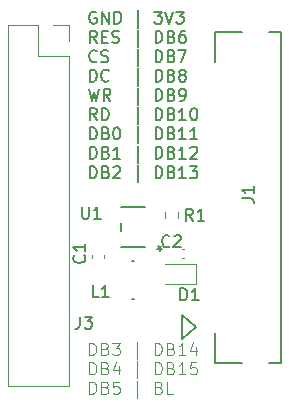
<source format=gbr>
%TF.GenerationSoftware,KiCad,Pcbnew,8.0.8*%
%TF.CreationDate,2025-04-16T08:52:23+10:00*%
%TF.ProjectId,display,64697370-6c61-4792-9e6b-696361645f70,rev?*%
%TF.SameCoordinates,Original*%
%TF.FileFunction,Legend,Top*%
%TF.FilePolarity,Positive*%
%FSLAX46Y46*%
G04 Gerber Fmt 4.6, Leading zero omitted, Abs format (unit mm)*
G04 Created by KiCad (PCBNEW 8.0.8) date 2025-04-16 08:52:23*
%MOMM*%
%LPD*%
G01*
G04 APERTURE LIST*
%ADD10C,0.152400*%
%ADD11C,0.100000*%
%ADD12C,0.150000*%
%ADD13C,0.200000*%
%ADD14C,0.120000*%
G04 APERTURE END LIST*
D10*
X61624358Y-39564492D02*
X61527596Y-39516111D01*
X61527596Y-39516111D02*
X61382453Y-39516111D01*
X61382453Y-39516111D02*
X61237310Y-39564492D01*
X61237310Y-39564492D02*
X61140548Y-39661254D01*
X61140548Y-39661254D02*
X61092167Y-39758016D01*
X61092167Y-39758016D02*
X61043786Y-39951540D01*
X61043786Y-39951540D02*
X61043786Y-40096683D01*
X61043786Y-40096683D02*
X61092167Y-40290207D01*
X61092167Y-40290207D02*
X61140548Y-40386969D01*
X61140548Y-40386969D02*
X61237310Y-40483731D01*
X61237310Y-40483731D02*
X61382453Y-40532111D01*
X61382453Y-40532111D02*
X61479215Y-40532111D01*
X61479215Y-40532111D02*
X61624358Y-40483731D01*
X61624358Y-40483731D02*
X61672739Y-40435350D01*
X61672739Y-40435350D02*
X61672739Y-40096683D01*
X61672739Y-40096683D02*
X61479215Y-40096683D01*
X62108167Y-40532111D02*
X62108167Y-39516111D01*
X62108167Y-39516111D02*
X62688739Y-40532111D01*
X62688739Y-40532111D02*
X62688739Y-39516111D01*
X63172548Y-40532111D02*
X63172548Y-39516111D01*
X63172548Y-39516111D02*
X63414453Y-39516111D01*
X63414453Y-39516111D02*
X63559596Y-39564492D01*
X63559596Y-39564492D02*
X63656358Y-39661254D01*
X63656358Y-39661254D02*
X63704739Y-39758016D01*
X63704739Y-39758016D02*
X63753120Y-39951540D01*
X63753120Y-39951540D02*
X63753120Y-40096683D01*
X63753120Y-40096683D02*
X63704739Y-40290207D01*
X63704739Y-40290207D02*
X63656358Y-40386969D01*
X63656358Y-40386969D02*
X63559596Y-40483731D01*
X63559596Y-40483731D02*
X63414453Y-40532111D01*
X63414453Y-40532111D02*
X63172548Y-40532111D01*
X65156167Y-40870778D02*
X65156167Y-39419350D01*
X66559214Y-39516111D02*
X67188167Y-39516111D01*
X67188167Y-39516111D02*
X66849500Y-39903159D01*
X66849500Y-39903159D02*
X66994643Y-39903159D01*
X66994643Y-39903159D02*
X67091405Y-39951540D01*
X67091405Y-39951540D02*
X67139786Y-39999921D01*
X67139786Y-39999921D02*
X67188167Y-40096683D01*
X67188167Y-40096683D02*
X67188167Y-40338588D01*
X67188167Y-40338588D02*
X67139786Y-40435350D01*
X67139786Y-40435350D02*
X67091405Y-40483731D01*
X67091405Y-40483731D02*
X66994643Y-40532111D01*
X66994643Y-40532111D02*
X66704357Y-40532111D01*
X66704357Y-40532111D02*
X66607595Y-40483731D01*
X66607595Y-40483731D02*
X66559214Y-40435350D01*
X67478452Y-39516111D02*
X67817119Y-40532111D01*
X67817119Y-40532111D02*
X68155786Y-39516111D01*
X68397690Y-39516111D02*
X69026643Y-39516111D01*
X69026643Y-39516111D02*
X68687976Y-39903159D01*
X68687976Y-39903159D02*
X68833119Y-39903159D01*
X68833119Y-39903159D02*
X68929881Y-39951540D01*
X68929881Y-39951540D02*
X68978262Y-39999921D01*
X68978262Y-39999921D02*
X69026643Y-40096683D01*
X69026643Y-40096683D02*
X69026643Y-40338588D01*
X69026643Y-40338588D02*
X68978262Y-40435350D01*
X68978262Y-40435350D02*
X68929881Y-40483731D01*
X68929881Y-40483731D02*
X68833119Y-40532111D01*
X68833119Y-40532111D02*
X68542833Y-40532111D01*
X68542833Y-40532111D02*
X68446071Y-40483731D01*
X68446071Y-40483731D02*
X68397690Y-40435350D01*
X61672739Y-42167814D02*
X61334072Y-41684005D01*
X61092167Y-42167814D02*
X61092167Y-41151814D01*
X61092167Y-41151814D02*
X61479215Y-41151814D01*
X61479215Y-41151814D02*
X61575977Y-41200195D01*
X61575977Y-41200195D02*
X61624358Y-41248576D01*
X61624358Y-41248576D02*
X61672739Y-41345338D01*
X61672739Y-41345338D02*
X61672739Y-41490481D01*
X61672739Y-41490481D02*
X61624358Y-41587243D01*
X61624358Y-41587243D02*
X61575977Y-41635624D01*
X61575977Y-41635624D02*
X61479215Y-41684005D01*
X61479215Y-41684005D02*
X61092167Y-41684005D01*
X62108167Y-41635624D02*
X62446834Y-41635624D01*
X62591977Y-42167814D02*
X62108167Y-42167814D01*
X62108167Y-42167814D02*
X62108167Y-41151814D01*
X62108167Y-41151814D02*
X62591977Y-41151814D01*
X62979024Y-42119434D02*
X63124167Y-42167814D01*
X63124167Y-42167814D02*
X63366072Y-42167814D01*
X63366072Y-42167814D02*
X63462834Y-42119434D01*
X63462834Y-42119434D02*
X63511215Y-42071053D01*
X63511215Y-42071053D02*
X63559596Y-41974291D01*
X63559596Y-41974291D02*
X63559596Y-41877529D01*
X63559596Y-41877529D02*
X63511215Y-41780767D01*
X63511215Y-41780767D02*
X63462834Y-41732386D01*
X63462834Y-41732386D02*
X63366072Y-41684005D01*
X63366072Y-41684005D02*
X63172548Y-41635624D01*
X63172548Y-41635624D02*
X63075786Y-41587243D01*
X63075786Y-41587243D02*
X63027405Y-41538862D01*
X63027405Y-41538862D02*
X62979024Y-41442100D01*
X62979024Y-41442100D02*
X62979024Y-41345338D01*
X62979024Y-41345338D02*
X63027405Y-41248576D01*
X63027405Y-41248576D02*
X63075786Y-41200195D01*
X63075786Y-41200195D02*
X63172548Y-41151814D01*
X63172548Y-41151814D02*
X63414453Y-41151814D01*
X63414453Y-41151814D02*
X63559596Y-41200195D01*
X65156167Y-42506481D02*
X65156167Y-41055053D01*
X66655976Y-42167814D02*
X66655976Y-41151814D01*
X66655976Y-41151814D02*
X66897881Y-41151814D01*
X66897881Y-41151814D02*
X67043024Y-41200195D01*
X67043024Y-41200195D02*
X67139786Y-41296957D01*
X67139786Y-41296957D02*
X67188167Y-41393719D01*
X67188167Y-41393719D02*
X67236548Y-41587243D01*
X67236548Y-41587243D02*
X67236548Y-41732386D01*
X67236548Y-41732386D02*
X67188167Y-41925910D01*
X67188167Y-41925910D02*
X67139786Y-42022672D01*
X67139786Y-42022672D02*
X67043024Y-42119434D01*
X67043024Y-42119434D02*
X66897881Y-42167814D01*
X66897881Y-42167814D02*
X66655976Y-42167814D01*
X68010643Y-41635624D02*
X68155786Y-41684005D01*
X68155786Y-41684005D02*
X68204167Y-41732386D01*
X68204167Y-41732386D02*
X68252548Y-41829148D01*
X68252548Y-41829148D02*
X68252548Y-41974291D01*
X68252548Y-41974291D02*
X68204167Y-42071053D01*
X68204167Y-42071053D02*
X68155786Y-42119434D01*
X68155786Y-42119434D02*
X68059024Y-42167814D01*
X68059024Y-42167814D02*
X67671976Y-42167814D01*
X67671976Y-42167814D02*
X67671976Y-41151814D01*
X67671976Y-41151814D02*
X68010643Y-41151814D01*
X68010643Y-41151814D02*
X68107405Y-41200195D01*
X68107405Y-41200195D02*
X68155786Y-41248576D01*
X68155786Y-41248576D02*
X68204167Y-41345338D01*
X68204167Y-41345338D02*
X68204167Y-41442100D01*
X68204167Y-41442100D02*
X68155786Y-41538862D01*
X68155786Y-41538862D02*
X68107405Y-41587243D01*
X68107405Y-41587243D02*
X68010643Y-41635624D01*
X68010643Y-41635624D02*
X67671976Y-41635624D01*
X69123405Y-41151814D02*
X68929881Y-41151814D01*
X68929881Y-41151814D02*
X68833119Y-41200195D01*
X68833119Y-41200195D02*
X68784738Y-41248576D01*
X68784738Y-41248576D02*
X68687976Y-41393719D01*
X68687976Y-41393719D02*
X68639595Y-41587243D01*
X68639595Y-41587243D02*
X68639595Y-41974291D01*
X68639595Y-41974291D02*
X68687976Y-42071053D01*
X68687976Y-42071053D02*
X68736357Y-42119434D01*
X68736357Y-42119434D02*
X68833119Y-42167814D01*
X68833119Y-42167814D02*
X69026643Y-42167814D01*
X69026643Y-42167814D02*
X69123405Y-42119434D01*
X69123405Y-42119434D02*
X69171786Y-42071053D01*
X69171786Y-42071053D02*
X69220167Y-41974291D01*
X69220167Y-41974291D02*
X69220167Y-41732386D01*
X69220167Y-41732386D02*
X69171786Y-41635624D01*
X69171786Y-41635624D02*
X69123405Y-41587243D01*
X69123405Y-41587243D02*
X69026643Y-41538862D01*
X69026643Y-41538862D02*
X68833119Y-41538862D01*
X68833119Y-41538862D02*
X68736357Y-41587243D01*
X68736357Y-41587243D02*
X68687976Y-41635624D01*
X68687976Y-41635624D02*
X68639595Y-41732386D01*
X61672739Y-43706756D02*
X61624358Y-43755137D01*
X61624358Y-43755137D02*
X61479215Y-43803517D01*
X61479215Y-43803517D02*
X61382453Y-43803517D01*
X61382453Y-43803517D02*
X61237310Y-43755137D01*
X61237310Y-43755137D02*
X61140548Y-43658375D01*
X61140548Y-43658375D02*
X61092167Y-43561613D01*
X61092167Y-43561613D02*
X61043786Y-43368089D01*
X61043786Y-43368089D02*
X61043786Y-43222946D01*
X61043786Y-43222946D02*
X61092167Y-43029422D01*
X61092167Y-43029422D02*
X61140548Y-42932660D01*
X61140548Y-42932660D02*
X61237310Y-42835898D01*
X61237310Y-42835898D02*
X61382453Y-42787517D01*
X61382453Y-42787517D02*
X61479215Y-42787517D01*
X61479215Y-42787517D02*
X61624358Y-42835898D01*
X61624358Y-42835898D02*
X61672739Y-42884279D01*
X62059786Y-43755137D02*
X62204929Y-43803517D01*
X62204929Y-43803517D02*
X62446834Y-43803517D01*
X62446834Y-43803517D02*
X62543596Y-43755137D01*
X62543596Y-43755137D02*
X62591977Y-43706756D01*
X62591977Y-43706756D02*
X62640358Y-43609994D01*
X62640358Y-43609994D02*
X62640358Y-43513232D01*
X62640358Y-43513232D02*
X62591977Y-43416470D01*
X62591977Y-43416470D02*
X62543596Y-43368089D01*
X62543596Y-43368089D02*
X62446834Y-43319708D01*
X62446834Y-43319708D02*
X62253310Y-43271327D01*
X62253310Y-43271327D02*
X62156548Y-43222946D01*
X62156548Y-43222946D02*
X62108167Y-43174565D01*
X62108167Y-43174565D02*
X62059786Y-43077803D01*
X62059786Y-43077803D02*
X62059786Y-42981041D01*
X62059786Y-42981041D02*
X62108167Y-42884279D01*
X62108167Y-42884279D02*
X62156548Y-42835898D01*
X62156548Y-42835898D02*
X62253310Y-42787517D01*
X62253310Y-42787517D02*
X62495215Y-42787517D01*
X62495215Y-42787517D02*
X62640358Y-42835898D01*
X65156167Y-44142184D02*
X65156167Y-42690756D01*
X66655976Y-43803517D02*
X66655976Y-42787517D01*
X66655976Y-42787517D02*
X66897881Y-42787517D01*
X66897881Y-42787517D02*
X67043024Y-42835898D01*
X67043024Y-42835898D02*
X67139786Y-42932660D01*
X67139786Y-42932660D02*
X67188167Y-43029422D01*
X67188167Y-43029422D02*
X67236548Y-43222946D01*
X67236548Y-43222946D02*
X67236548Y-43368089D01*
X67236548Y-43368089D02*
X67188167Y-43561613D01*
X67188167Y-43561613D02*
X67139786Y-43658375D01*
X67139786Y-43658375D02*
X67043024Y-43755137D01*
X67043024Y-43755137D02*
X66897881Y-43803517D01*
X66897881Y-43803517D02*
X66655976Y-43803517D01*
X68010643Y-43271327D02*
X68155786Y-43319708D01*
X68155786Y-43319708D02*
X68204167Y-43368089D01*
X68204167Y-43368089D02*
X68252548Y-43464851D01*
X68252548Y-43464851D02*
X68252548Y-43609994D01*
X68252548Y-43609994D02*
X68204167Y-43706756D01*
X68204167Y-43706756D02*
X68155786Y-43755137D01*
X68155786Y-43755137D02*
X68059024Y-43803517D01*
X68059024Y-43803517D02*
X67671976Y-43803517D01*
X67671976Y-43803517D02*
X67671976Y-42787517D01*
X67671976Y-42787517D02*
X68010643Y-42787517D01*
X68010643Y-42787517D02*
X68107405Y-42835898D01*
X68107405Y-42835898D02*
X68155786Y-42884279D01*
X68155786Y-42884279D02*
X68204167Y-42981041D01*
X68204167Y-42981041D02*
X68204167Y-43077803D01*
X68204167Y-43077803D02*
X68155786Y-43174565D01*
X68155786Y-43174565D02*
X68107405Y-43222946D01*
X68107405Y-43222946D02*
X68010643Y-43271327D01*
X68010643Y-43271327D02*
X67671976Y-43271327D01*
X68591214Y-42787517D02*
X69268548Y-42787517D01*
X69268548Y-42787517D02*
X68833119Y-43803517D01*
X61092167Y-45439220D02*
X61092167Y-44423220D01*
X61092167Y-44423220D02*
X61334072Y-44423220D01*
X61334072Y-44423220D02*
X61479215Y-44471601D01*
X61479215Y-44471601D02*
X61575977Y-44568363D01*
X61575977Y-44568363D02*
X61624358Y-44665125D01*
X61624358Y-44665125D02*
X61672739Y-44858649D01*
X61672739Y-44858649D02*
X61672739Y-45003792D01*
X61672739Y-45003792D02*
X61624358Y-45197316D01*
X61624358Y-45197316D02*
X61575977Y-45294078D01*
X61575977Y-45294078D02*
X61479215Y-45390840D01*
X61479215Y-45390840D02*
X61334072Y-45439220D01*
X61334072Y-45439220D02*
X61092167Y-45439220D01*
X62688739Y-45342459D02*
X62640358Y-45390840D01*
X62640358Y-45390840D02*
X62495215Y-45439220D01*
X62495215Y-45439220D02*
X62398453Y-45439220D01*
X62398453Y-45439220D02*
X62253310Y-45390840D01*
X62253310Y-45390840D02*
X62156548Y-45294078D01*
X62156548Y-45294078D02*
X62108167Y-45197316D01*
X62108167Y-45197316D02*
X62059786Y-45003792D01*
X62059786Y-45003792D02*
X62059786Y-44858649D01*
X62059786Y-44858649D02*
X62108167Y-44665125D01*
X62108167Y-44665125D02*
X62156548Y-44568363D01*
X62156548Y-44568363D02*
X62253310Y-44471601D01*
X62253310Y-44471601D02*
X62398453Y-44423220D01*
X62398453Y-44423220D02*
X62495215Y-44423220D01*
X62495215Y-44423220D02*
X62640358Y-44471601D01*
X62640358Y-44471601D02*
X62688739Y-44519982D01*
X65156167Y-45777887D02*
X65156167Y-44326459D01*
X66655976Y-45439220D02*
X66655976Y-44423220D01*
X66655976Y-44423220D02*
X66897881Y-44423220D01*
X66897881Y-44423220D02*
X67043024Y-44471601D01*
X67043024Y-44471601D02*
X67139786Y-44568363D01*
X67139786Y-44568363D02*
X67188167Y-44665125D01*
X67188167Y-44665125D02*
X67236548Y-44858649D01*
X67236548Y-44858649D02*
X67236548Y-45003792D01*
X67236548Y-45003792D02*
X67188167Y-45197316D01*
X67188167Y-45197316D02*
X67139786Y-45294078D01*
X67139786Y-45294078D02*
X67043024Y-45390840D01*
X67043024Y-45390840D02*
X66897881Y-45439220D01*
X66897881Y-45439220D02*
X66655976Y-45439220D01*
X68010643Y-44907030D02*
X68155786Y-44955411D01*
X68155786Y-44955411D02*
X68204167Y-45003792D01*
X68204167Y-45003792D02*
X68252548Y-45100554D01*
X68252548Y-45100554D02*
X68252548Y-45245697D01*
X68252548Y-45245697D02*
X68204167Y-45342459D01*
X68204167Y-45342459D02*
X68155786Y-45390840D01*
X68155786Y-45390840D02*
X68059024Y-45439220D01*
X68059024Y-45439220D02*
X67671976Y-45439220D01*
X67671976Y-45439220D02*
X67671976Y-44423220D01*
X67671976Y-44423220D02*
X68010643Y-44423220D01*
X68010643Y-44423220D02*
X68107405Y-44471601D01*
X68107405Y-44471601D02*
X68155786Y-44519982D01*
X68155786Y-44519982D02*
X68204167Y-44616744D01*
X68204167Y-44616744D02*
X68204167Y-44713506D01*
X68204167Y-44713506D02*
X68155786Y-44810268D01*
X68155786Y-44810268D02*
X68107405Y-44858649D01*
X68107405Y-44858649D02*
X68010643Y-44907030D01*
X68010643Y-44907030D02*
X67671976Y-44907030D01*
X68833119Y-44858649D02*
X68736357Y-44810268D01*
X68736357Y-44810268D02*
X68687976Y-44761887D01*
X68687976Y-44761887D02*
X68639595Y-44665125D01*
X68639595Y-44665125D02*
X68639595Y-44616744D01*
X68639595Y-44616744D02*
X68687976Y-44519982D01*
X68687976Y-44519982D02*
X68736357Y-44471601D01*
X68736357Y-44471601D02*
X68833119Y-44423220D01*
X68833119Y-44423220D02*
X69026643Y-44423220D01*
X69026643Y-44423220D02*
X69123405Y-44471601D01*
X69123405Y-44471601D02*
X69171786Y-44519982D01*
X69171786Y-44519982D02*
X69220167Y-44616744D01*
X69220167Y-44616744D02*
X69220167Y-44665125D01*
X69220167Y-44665125D02*
X69171786Y-44761887D01*
X69171786Y-44761887D02*
X69123405Y-44810268D01*
X69123405Y-44810268D02*
X69026643Y-44858649D01*
X69026643Y-44858649D02*
X68833119Y-44858649D01*
X68833119Y-44858649D02*
X68736357Y-44907030D01*
X68736357Y-44907030D02*
X68687976Y-44955411D01*
X68687976Y-44955411D02*
X68639595Y-45052173D01*
X68639595Y-45052173D02*
X68639595Y-45245697D01*
X68639595Y-45245697D02*
X68687976Y-45342459D01*
X68687976Y-45342459D02*
X68736357Y-45390840D01*
X68736357Y-45390840D02*
X68833119Y-45439220D01*
X68833119Y-45439220D02*
X69026643Y-45439220D01*
X69026643Y-45439220D02*
X69123405Y-45390840D01*
X69123405Y-45390840D02*
X69171786Y-45342459D01*
X69171786Y-45342459D02*
X69220167Y-45245697D01*
X69220167Y-45245697D02*
X69220167Y-45052173D01*
X69220167Y-45052173D02*
X69171786Y-44955411D01*
X69171786Y-44955411D02*
X69123405Y-44907030D01*
X69123405Y-44907030D02*
X69026643Y-44858649D01*
X60995405Y-46058923D02*
X61237310Y-47074923D01*
X61237310Y-47074923D02*
X61430834Y-46349209D01*
X61430834Y-46349209D02*
X61624358Y-47074923D01*
X61624358Y-47074923D02*
X61866263Y-46058923D01*
X62833882Y-47074923D02*
X62495215Y-46591114D01*
X62253310Y-47074923D02*
X62253310Y-46058923D01*
X62253310Y-46058923D02*
X62640358Y-46058923D01*
X62640358Y-46058923D02*
X62737120Y-46107304D01*
X62737120Y-46107304D02*
X62785501Y-46155685D01*
X62785501Y-46155685D02*
X62833882Y-46252447D01*
X62833882Y-46252447D02*
X62833882Y-46397590D01*
X62833882Y-46397590D02*
X62785501Y-46494352D01*
X62785501Y-46494352D02*
X62737120Y-46542733D01*
X62737120Y-46542733D02*
X62640358Y-46591114D01*
X62640358Y-46591114D02*
X62253310Y-46591114D01*
X65156167Y-47413590D02*
X65156167Y-45962162D01*
X66655976Y-47074923D02*
X66655976Y-46058923D01*
X66655976Y-46058923D02*
X66897881Y-46058923D01*
X66897881Y-46058923D02*
X67043024Y-46107304D01*
X67043024Y-46107304D02*
X67139786Y-46204066D01*
X67139786Y-46204066D02*
X67188167Y-46300828D01*
X67188167Y-46300828D02*
X67236548Y-46494352D01*
X67236548Y-46494352D02*
X67236548Y-46639495D01*
X67236548Y-46639495D02*
X67188167Y-46833019D01*
X67188167Y-46833019D02*
X67139786Y-46929781D01*
X67139786Y-46929781D02*
X67043024Y-47026543D01*
X67043024Y-47026543D02*
X66897881Y-47074923D01*
X66897881Y-47074923D02*
X66655976Y-47074923D01*
X68010643Y-46542733D02*
X68155786Y-46591114D01*
X68155786Y-46591114D02*
X68204167Y-46639495D01*
X68204167Y-46639495D02*
X68252548Y-46736257D01*
X68252548Y-46736257D02*
X68252548Y-46881400D01*
X68252548Y-46881400D02*
X68204167Y-46978162D01*
X68204167Y-46978162D02*
X68155786Y-47026543D01*
X68155786Y-47026543D02*
X68059024Y-47074923D01*
X68059024Y-47074923D02*
X67671976Y-47074923D01*
X67671976Y-47074923D02*
X67671976Y-46058923D01*
X67671976Y-46058923D02*
X68010643Y-46058923D01*
X68010643Y-46058923D02*
X68107405Y-46107304D01*
X68107405Y-46107304D02*
X68155786Y-46155685D01*
X68155786Y-46155685D02*
X68204167Y-46252447D01*
X68204167Y-46252447D02*
X68204167Y-46349209D01*
X68204167Y-46349209D02*
X68155786Y-46445971D01*
X68155786Y-46445971D02*
X68107405Y-46494352D01*
X68107405Y-46494352D02*
X68010643Y-46542733D01*
X68010643Y-46542733D02*
X67671976Y-46542733D01*
X68736357Y-47074923D02*
X68929881Y-47074923D01*
X68929881Y-47074923D02*
X69026643Y-47026543D01*
X69026643Y-47026543D02*
X69075024Y-46978162D01*
X69075024Y-46978162D02*
X69171786Y-46833019D01*
X69171786Y-46833019D02*
X69220167Y-46639495D01*
X69220167Y-46639495D02*
X69220167Y-46252447D01*
X69220167Y-46252447D02*
X69171786Y-46155685D01*
X69171786Y-46155685D02*
X69123405Y-46107304D01*
X69123405Y-46107304D02*
X69026643Y-46058923D01*
X69026643Y-46058923D02*
X68833119Y-46058923D01*
X68833119Y-46058923D02*
X68736357Y-46107304D01*
X68736357Y-46107304D02*
X68687976Y-46155685D01*
X68687976Y-46155685D02*
X68639595Y-46252447D01*
X68639595Y-46252447D02*
X68639595Y-46494352D01*
X68639595Y-46494352D02*
X68687976Y-46591114D01*
X68687976Y-46591114D02*
X68736357Y-46639495D01*
X68736357Y-46639495D02*
X68833119Y-46687876D01*
X68833119Y-46687876D02*
X69026643Y-46687876D01*
X69026643Y-46687876D02*
X69123405Y-46639495D01*
X69123405Y-46639495D02*
X69171786Y-46591114D01*
X69171786Y-46591114D02*
X69220167Y-46494352D01*
X61672739Y-48710626D02*
X61334072Y-48226817D01*
X61092167Y-48710626D02*
X61092167Y-47694626D01*
X61092167Y-47694626D02*
X61479215Y-47694626D01*
X61479215Y-47694626D02*
X61575977Y-47743007D01*
X61575977Y-47743007D02*
X61624358Y-47791388D01*
X61624358Y-47791388D02*
X61672739Y-47888150D01*
X61672739Y-47888150D02*
X61672739Y-48033293D01*
X61672739Y-48033293D02*
X61624358Y-48130055D01*
X61624358Y-48130055D02*
X61575977Y-48178436D01*
X61575977Y-48178436D02*
X61479215Y-48226817D01*
X61479215Y-48226817D02*
X61092167Y-48226817D01*
X62108167Y-48710626D02*
X62108167Y-47694626D01*
X62108167Y-47694626D02*
X62350072Y-47694626D01*
X62350072Y-47694626D02*
X62495215Y-47743007D01*
X62495215Y-47743007D02*
X62591977Y-47839769D01*
X62591977Y-47839769D02*
X62640358Y-47936531D01*
X62640358Y-47936531D02*
X62688739Y-48130055D01*
X62688739Y-48130055D02*
X62688739Y-48275198D01*
X62688739Y-48275198D02*
X62640358Y-48468722D01*
X62640358Y-48468722D02*
X62591977Y-48565484D01*
X62591977Y-48565484D02*
X62495215Y-48662246D01*
X62495215Y-48662246D02*
X62350072Y-48710626D01*
X62350072Y-48710626D02*
X62108167Y-48710626D01*
X65156167Y-49049293D02*
X65156167Y-47597865D01*
X66655976Y-48710626D02*
X66655976Y-47694626D01*
X66655976Y-47694626D02*
X66897881Y-47694626D01*
X66897881Y-47694626D02*
X67043024Y-47743007D01*
X67043024Y-47743007D02*
X67139786Y-47839769D01*
X67139786Y-47839769D02*
X67188167Y-47936531D01*
X67188167Y-47936531D02*
X67236548Y-48130055D01*
X67236548Y-48130055D02*
X67236548Y-48275198D01*
X67236548Y-48275198D02*
X67188167Y-48468722D01*
X67188167Y-48468722D02*
X67139786Y-48565484D01*
X67139786Y-48565484D02*
X67043024Y-48662246D01*
X67043024Y-48662246D02*
X66897881Y-48710626D01*
X66897881Y-48710626D02*
X66655976Y-48710626D01*
X68010643Y-48178436D02*
X68155786Y-48226817D01*
X68155786Y-48226817D02*
X68204167Y-48275198D01*
X68204167Y-48275198D02*
X68252548Y-48371960D01*
X68252548Y-48371960D02*
X68252548Y-48517103D01*
X68252548Y-48517103D02*
X68204167Y-48613865D01*
X68204167Y-48613865D02*
X68155786Y-48662246D01*
X68155786Y-48662246D02*
X68059024Y-48710626D01*
X68059024Y-48710626D02*
X67671976Y-48710626D01*
X67671976Y-48710626D02*
X67671976Y-47694626D01*
X67671976Y-47694626D02*
X68010643Y-47694626D01*
X68010643Y-47694626D02*
X68107405Y-47743007D01*
X68107405Y-47743007D02*
X68155786Y-47791388D01*
X68155786Y-47791388D02*
X68204167Y-47888150D01*
X68204167Y-47888150D02*
X68204167Y-47984912D01*
X68204167Y-47984912D02*
X68155786Y-48081674D01*
X68155786Y-48081674D02*
X68107405Y-48130055D01*
X68107405Y-48130055D02*
X68010643Y-48178436D01*
X68010643Y-48178436D02*
X67671976Y-48178436D01*
X69220167Y-48710626D02*
X68639595Y-48710626D01*
X68929881Y-48710626D02*
X68929881Y-47694626D01*
X68929881Y-47694626D02*
X68833119Y-47839769D01*
X68833119Y-47839769D02*
X68736357Y-47936531D01*
X68736357Y-47936531D02*
X68639595Y-47984912D01*
X69849119Y-47694626D02*
X69945881Y-47694626D01*
X69945881Y-47694626D02*
X70042643Y-47743007D01*
X70042643Y-47743007D02*
X70091024Y-47791388D01*
X70091024Y-47791388D02*
X70139405Y-47888150D01*
X70139405Y-47888150D02*
X70187786Y-48081674D01*
X70187786Y-48081674D02*
X70187786Y-48323579D01*
X70187786Y-48323579D02*
X70139405Y-48517103D01*
X70139405Y-48517103D02*
X70091024Y-48613865D01*
X70091024Y-48613865D02*
X70042643Y-48662246D01*
X70042643Y-48662246D02*
X69945881Y-48710626D01*
X69945881Y-48710626D02*
X69849119Y-48710626D01*
X69849119Y-48710626D02*
X69752357Y-48662246D01*
X69752357Y-48662246D02*
X69703976Y-48613865D01*
X69703976Y-48613865D02*
X69655595Y-48517103D01*
X69655595Y-48517103D02*
X69607214Y-48323579D01*
X69607214Y-48323579D02*
X69607214Y-48081674D01*
X69607214Y-48081674D02*
X69655595Y-47888150D01*
X69655595Y-47888150D02*
X69703976Y-47791388D01*
X69703976Y-47791388D02*
X69752357Y-47743007D01*
X69752357Y-47743007D02*
X69849119Y-47694626D01*
X61092167Y-50346329D02*
X61092167Y-49330329D01*
X61092167Y-49330329D02*
X61334072Y-49330329D01*
X61334072Y-49330329D02*
X61479215Y-49378710D01*
X61479215Y-49378710D02*
X61575977Y-49475472D01*
X61575977Y-49475472D02*
X61624358Y-49572234D01*
X61624358Y-49572234D02*
X61672739Y-49765758D01*
X61672739Y-49765758D02*
X61672739Y-49910901D01*
X61672739Y-49910901D02*
X61624358Y-50104425D01*
X61624358Y-50104425D02*
X61575977Y-50201187D01*
X61575977Y-50201187D02*
X61479215Y-50297949D01*
X61479215Y-50297949D02*
X61334072Y-50346329D01*
X61334072Y-50346329D02*
X61092167Y-50346329D01*
X62446834Y-49814139D02*
X62591977Y-49862520D01*
X62591977Y-49862520D02*
X62640358Y-49910901D01*
X62640358Y-49910901D02*
X62688739Y-50007663D01*
X62688739Y-50007663D02*
X62688739Y-50152806D01*
X62688739Y-50152806D02*
X62640358Y-50249568D01*
X62640358Y-50249568D02*
X62591977Y-50297949D01*
X62591977Y-50297949D02*
X62495215Y-50346329D01*
X62495215Y-50346329D02*
X62108167Y-50346329D01*
X62108167Y-50346329D02*
X62108167Y-49330329D01*
X62108167Y-49330329D02*
X62446834Y-49330329D01*
X62446834Y-49330329D02*
X62543596Y-49378710D01*
X62543596Y-49378710D02*
X62591977Y-49427091D01*
X62591977Y-49427091D02*
X62640358Y-49523853D01*
X62640358Y-49523853D02*
X62640358Y-49620615D01*
X62640358Y-49620615D02*
X62591977Y-49717377D01*
X62591977Y-49717377D02*
X62543596Y-49765758D01*
X62543596Y-49765758D02*
X62446834Y-49814139D01*
X62446834Y-49814139D02*
X62108167Y-49814139D01*
X63317691Y-49330329D02*
X63414453Y-49330329D01*
X63414453Y-49330329D02*
X63511215Y-49378710D01*
X63511215Y-49378710D02*
X63559596Y-49427091D01*
X63559596Y-49427091D02*
X63607977Y-49523853D01*
X63607977Y-49523853D02*
X63656358Y-49717377D01*
X63656358Y-49717377D02*
X63656358Y-49959282D01*
X63656358Y-49959282D02*
X63607977Y-50152806D01*
X63607977Y-50152806D02*
X63559596Y-50249568D01*
X63559596Y-50249568D02*
X63511215Y-50297949D01*
X63511215Y-50297949D02*
X63414453Y-50346329D01*
X63414453Y-50346329D02*
X63317691Y-50346329D01*
X63317691Y-50346329D02*
X63220929Y-50297949D01*
X63220929Y-50297949D02*
X63172548Y-50249568D01*
X63172548Y-50249568D02*
X63124167Y-50152806D01*
X63124167Y-50152806D02*
X63075786Y-49959282D01*
X63075786Y-49959282D02*
X63075786Y-49717377D01*
X63075786Y-49717377D02*
X63124167Y-49523853D01*
X63124167Y-49523853D02*
X63172548Y-49427091D01*
X63172548Y-49427091D02*
X63220929Y-49378710D01*
X63220929Y-49378710D02*
X63317691Y-49330329D01*
X65156167Y-50684996D02*
X65156167Y-49233568D01*
X66655976Y-50346329D02*
X66655976Y-49330329D01*
X66655976Y-49330329D02*
X66897881Y-49330329D01*
X66897881Y-49330329D02*
X67043024Y-49378710D01*
X67043024Y-49378710D02*
X67139786Y-49475472D01*
X67139786Y-49475472D02*
X67188167Y-49572234D01*
X67188167Y-49572234D02*
X67236548Y-49765758D01*
X67236548Y-49765758D02*
X67236548Y-49910901D01*
X67236548Y-49910901D02*
X67188167Y-50104425D01*
X67188167Y-50104425D02*
X67139786Y-50201187D01*
X67139786Y-50201187D02*
X67043024Y-50297949D01*
X67043024Y-50297949D02*
X66897881Y-50346329D01*
X66897881Y-50346329D02*
X66655976Y-50346329D01*
X68010643Y-49814139D02*
X68155786Y-49862520D01*
X68155786Y-49862520D02*
X68204167Y-49910901D01*
X68204167Y-49910901D02*
X68252548Y-50007663D01*
X68252548Y-50007663D02*
X68252548Y-50152806D01*
X68252548Y-50152806D02*
X68204167Y-50249568D01*
X68204167Y-50249568D02*
X68155786Y-50297949D01*
X68155786Y-50297949D02*
X68059024Y-50346329D01*
X68059024Y-50346329D02*
X67671976Y-50346329D01*
X67671976Y-50346329D02*
X67671976Y-49330329D01*
X67671976Y-49330329D02*
X68010643Y-49330329D01*
X68010643Y-49330329D02*
X68107405Y-49378710D01*
X68107405Y-49378710D02*
X68155786Y-49427091D01*
X68155786Y-49427091D02*
X68204167Y-49523853D01*
X68204167Y-49523853D02*
X68204167Y-49620615D01*
X68204167Y-49620615D02*
X68155786Y-49717377D01*
X68155786Y-49717377D02*
X68107405Y-49765758D01*
X68107405Y-49765758D02*
X68010643Y-49814139D01*
X68010643Y-49814139D02*
X67671976Y-49814139D01*
X69220167Y-50346329D02*
X68639595Y-50346329D01*
X68929881Y-50346329D02*
X68929881Y-49330329D01*
X68929881Y-49330329D02*
X68833119Y-49475472D01*
X68833119Y-49475472D02*
X68736357Y-49572234D01*
X68736357Y-49572234D02*
X68639595Y-49620615D01*
X70187786Y-50346329D02*
X69607214Y-50346329D01*
X69897500Y-50346329D02*
X69897500Y-49330329D01*
X69897500Y-49330329D02*
X69800738Y-49475472D01*
X69800738Y-49475472D02*
X69703976Y-49572234D01*
X69703976Y-49572234D02*
X69607214Y-49620615D01*
X61092167Y-51982032D02*
X61092167Y-50966032D01*
X61092167Y-50966032D02*
X61334072Y-50966032D01*
X61334072Y-50966032D02*
X61479215Y-51014413D01*
X61479215Y-51014413D02*
X61575977Y-51111175D01*
X61575977Y-51111175D02*
X61624358Y-51207937D01*
X61624358Y-51207937D02*
X61672739Y-51401461D01*
X61672739Y-51401461D02*
X61672739Y-51546604D01*
X61672739Y-51546604D02*
X61624358Y-51740128D01*
X61624358Y-51740128D02*
X61575977Y-51836890D01*
X61575977Y-51836890D02*
X61479215Y-51933652D01*
X61479215Y-51933652D02*
X61334072Y-51982032D01*
X61334072Y-51982032D02*
X61092167Y-51982032D01*
X62446834Y-51449842D02*
X62591977Y-51498223D01*
X62591977Y-51498223D02*
X62640358Y-51546604D01*
X62640358Y-51546604D02*
X62688739Y-51643366D01*
X62688739Y-51643366D02*
X62688739Y-51788509D01*
X62688739Y-51788509D02*
X62640358Y-51885271D01*
X62640358Y-51885271D02*
X62591977Y-51933652D01*
X62591977Y-51933652D02*
X62495215Y-51982032D01*
X62495215Y-51982032D02*
X62108167Y-51982032D01*
X62108167Y-51982032D02*
X62108167Y-50966032D01*
X62108167Y-50966032D02*
X62446834Y-50966032D01*
X62446834Y-50966032D02*
X62543596Y-51014413D01*
X62543596Y-51014413D02*
X62591977Y-51062794D01*
X62591977Y-51062794D02*
X62640358Y-51159556D01*
X62640358Y-51159556D02*
X62640358Y-51256318D01*
X62640358Y-51256318D02*
X62591977Y-51353080D01*
X62591977Y-51353080D02*
X62543596Y-51401461D01*
X62543596Y-51401461D02*
X62446834Y-51449842D01*
X62446834Y-51449842D02*
X62108167Y-51449842D01*
X63656358Y-51982032D02*
X63075786Y-51982032D01*
X63366072Y-51982032D02*
X63366072Y-50966032D01*
X63366072Y-50966032D02*
X63269310Y-51111175D01*
X63269310Y-51111175D02*
X63172548Y-51207937D01*
X63172548Y-51207937D02*
X63075786Y-51256318D01*
X65156167Y-52320699D02*
X65156167Y-50869271D01*
X66655976Y-51982032D02*
X66655976Y-50966032D01*
X66655976Y-50966032D02*
X66897881Y-50966032D01*
X66897881Y-50966032D02*
X67043024Y-51014413D01*
X67043024Y-51014413D02*
X67139786Y-51111175D01*
X67139786Y-51111175D02*
X67188167Y-51207937D01*
X67188167Y-51207937D02*
X67236548Y-51401461D01*
X67236548Y-51401461D02*
X67236548Y-51546604D01*
X67236548Y-51546604D02*
X67188167Y-51740128D01*
X67188167Y-51740128D02*
X67139786Y-51836890D01*
X67139786Y-51836890D02*
X67043024Y-51933652D01*
X67043024Y-51933652D02*
X66897881Y-51982032D01*
X66897881Y-51982032D02*
X66655976Y-51982032D01*
X68010643Y-51449842D02*
X68155786Y-51498223D01*
X68155786Y-51498223D02*
X68204167Y-51546604D01*
X68204167Y-51546604D02*
X68252548Y-51643366D01*
X68252548Y-51643366D02*
X68252548Y-51788509D01*
X68252548Y-51788509D02*
X68204167Y-51885271D01*
X68204167Y-51885271D02*
X68155786Y-51933652D01*
X68155786Y-51933652D02*
X68059024Y-51982032D01*
X68059024Y-51982032D02*
X67671976Y-51982032D01*
X67671976Y-51982032D02*
X67671976Y-50966032D01*
X67671976Y-50966032D02*
X68010643Y-50966032D01*
X68010643Y-50966032D02*
X68107405Y-51014413D01*
X68107405Y-51014413D02*
X68155786Y-51062794D01*
X68155786Y-51062794D02*
X68204167Y-51159556D01*
X68204167Y-51159556D02*
X68204167Y-51256318D01*
X68204167Y-51256318D02*
X68155786Y-51353080D01*
X68155786Y-51353080D02*
X68107405Y-51401461D01*
X68107405Y-51401461D02*
X68010643Y-51449842D01*
X68010643Y-51449842D02*
X67671976Y-51449842D01*
X69220167Y-51982032D02*
X68639595Y-51982032D01*
X68929881Y-51982032D02*
X68929881Y-50966032D01*
X68929881Y-50966032D02*
X68833119Y-51111175D01*
X68833119Y-51111175D02*
X68736357Y-51207937D01*
X68736357Y-51207937D02*
X68639595Y-51256318D01*
X69607214Y-51062794D02*
X69655595Y-51014413D01*
X69655595Y-51014413D02*
X69752357Y-50966032D01*
X69752357Y-50966032D02*
X69994262Y-50966032D01*
X69994262Y-50966032D02*
X70091024Y-51014413D01*
X70091024Y-51014413D02*
X70139405Y-51062794D01*
X70139405Y-51062794D02*
X70187786Y-51159556D01*
X70187786Y-51159556D02*
X70187786Y-51256318D01*
X70187786Y-51256318D02*
X70139405Y-51401461D01*
X70139405Y-51401461D02*
X69558833Y-51982032D01*
X69558833Y-51982032D02*
X70187786Y-51982032D01*
X61092167Y-53617735D02*
X61092167Y-52601735D01*
X61092167Y-52601735D02*
X61334072Y-52601735D01*
X61334072Y-52601735D02*
X61479215Y-52650116D01*
X61479215Y-52650116D02*
X61575977Y-52746878D01*
X61575977Y-52746878D02*
X61624358Y-52843640D01*
X61624358Y-52843640D02*
X61672739Y-53037164D01*
X61672739Y-53037164D02*
X61672739Y-53182307D01*
X61672739Y-53182307D02*
X61624358Y-53375831D01*
X61624358Y-53375831D02*
X61575977Y-53472593D01*
X61575977Y-53472593D02*
X61479215Y-53569355D01*
X61479215Y-53569355D02*
X61334072Y-53617735D01*
X61334072Y-53617735D02*
X61092167Y-53617735D01*
X62446834Y-53085545D02*
X62591977Y-53133926D01*
X62591977Y-53133926D02*
X62640358Y-53182307D01*
X62640358Y-53182307D02*
X62688739Y-53279069D01*
X62688739Y-53279069D02*
X62688739Y-53424212D01*
X62688739Y-53424212D02*
X62640358Y-53520974D01*
X62640358Y-53520974D02*
X62591977Y-53569355D01*
X62591977Y-53569355D02*
X62495215Y-53617735D01*
X62495215Y-53617735D02*
X62108167Y-53617735D01*
X62108167Y-53617735D02*
X62108167Y-52601735D01*
X62108167Y-52601735D02*
X62446834Y-52601735D01*
X62446834Y-52601735D02*
X62543596Y-52650116D01*
X62543596Y-52650116D02*
X62591977Y-52698497D01*
X62591977Y-52698497D02*
X62640358Y-52795259D01*
X62640358Y-52795259D02*
X62640358Y-52892021D01*
X62640358Y-52892021D02*
X62591977Y-52988783D01*
X62591977Y-52988783D02*
X62543596Y-53037164D01*
X62543596Y-53037164D02*
X62446834Y-53085545D01*
X62446834Y-53085545D02*
X62108167Y-53085545D01*
X63075786Y-52698497D02*
X63124167Y-52650116D01*
X63124167Y-52650116D02*
X63220929Y-52601735D01*
X63220929Y-52601735D02*
X63462834Y-52601735D01*
X63462834Y-52601735D02*
X63559596Y-52650116D01*
X63559596Y-52650116D02*
X63607977Y-52698497D01*
X63607977Y-52698497D02*
X63656358Y-52795259D01*
X63656358Y-52795259D02*
X63656358Y-52892021D01*
X63656358Y-52892021D02*
X63607977Y-53037164D01*
X63607977Y-53037164D02*
X63027405Y-53617735D01*
X63027405Y-53617735D02*
X63656358Y-53617735D01*
X65156167Y-53956402D02*
X65156167Y-52504974D01*
X66655976Y-53617735D02*
X66655976Y-52601735D01*
X66655976Y-52601735D02*
X66897881Y-52601735D01*
X66897881Y-52601735D02*
X67043024Y-52650116D01*
X67043024Y-52650116D02*
X67139786Y-52746878D01*
X67139786Y-52746878D02*
X67188167Y-52843640D01*
X67188167Y-52843640D02*
X67236548Y-53037164D01*
X67236548Y-53037164D02*
X67236548Y-53182307D01*
X67236548Y-53182307D02*
X67188167Y-53375831D01*
X67188167Y-53375831D02*
X67139786Y-53472593D01*
X67139786Y-53472593D02*
X67043024Y-53569355D01*
X67043024Y-53569355D02*
X66897881Y-53617735D01*
X66897881Y-53617735D02*
X66655976Y-53617735D01*
X68010643Y-53085545D02*
X68155786Y-53133926D01*
X68155786Y-53133926D02*
X68204167Y-53182307D01*
X68204167Y-53182307D02*
X68252548Y-53279069D01*
X68252548Y-53279069D02*
X68252548Y-53424212D01*
X68252548Y-53424212D02*
X68204167Y-53520974D01*
X68204167Y-53520974D02*
X68155786Y-53569355D01*
X68155786Y-53569355D02*
X68059024Y-53617735D01*
X68059024Y-53617735D02*
X67671976Y-53617735D01*
X67671976Y-53617735D02*
X67671976Y-52601735D01*
X67671976Y-52601735D02*
X68010643Y-52601735D01*
X68010643Y-52601735D02*
X68107405Y-52650116D01*
X68107405Y-52650116D02*
X68155786Y-52698497D01*
X68155786Y-52698497D02*
X68204167Y-52795259D01*
X68204167Y-52795259D02*
X68204167Y-52892021D01*
X68204167Y-52892021D02*
X68155786Y-52988783D01*
X68155786Y-52988783D02*
X68107405Y-53037164D01*
X68107405Y-53037164D02*
X68010643Y-53085545D01*
X68010643Y-53085545D02*
X67671976Y-53085545D01*
X69220167Y-53617735D02*
X68639595Y-53617735D01*
X68929881Y-53617735D02*
X68929881Y-52601735D01*
X68929881Y-52601735D02*
X68833119Y-52746878D01*
X68833119Y-52746878D02*
X68736357Y-52843640D01*
X68736357Y-52843640D02*
X68639595Y-52892021D01*
X69558833Y-52601735D02*
X70187786Y-52601735D01*
X70187786Y-52601735D02*
X69849119Y-52988783D01*
X69849119Y-52988783D02*
X69994262Y-52988783D01*
X69994262Y-52988783D02*
X70091024Y-53037164D01*
X70091024Y-53037164D02*
X70139405Y-53085545D01*
X70139405Y-53085545D02*
X70187786Y-53182307D01*
X70187786Y-53182307D02*
X70187786Y-53424212D01*
X70187786Y-53424212D02*
X70139405Y-53520974D01*
X70139405Y-53520974D02*
X70091024Y-53569355D01*
X70091024Y-53569355D02*
X69994262Y-53617735D01*
X69994262Y-53617735D02*
X69703976Y-53617735D01*
X69703976Y-53617735D02*
X69607214Y-53569355D01*
X69607214Y-53569355D02*
X69558833Y-53520974D01*
D11*
X61057693Y-68599054D02*
X61057693Y-67583054D01*
X61057693Y-67583054D02*
X61299598Y-67583054D01*
X61299598Y-67583054D02*
X61444741Y-67631435D01*
X61444741Y-67631435D02*
X61541503Y-67728197D01*
X61541503Y-67728197D02*
X61589884Y-67824959D01*
X61589884Y-67824959D02*
X61638265Y-68018483D01*
X61638265Y-68018483D02*
X61638265Y-68163626D01*
X61638265Y-68163626D02*
X61589884Y-68357150D01*
X61589884Y-68357150D02*
X61541503Y-68453912D01*
X61541503Y-68453912D02*
X61444741Y-68550674D01*
X61444741Y-68550674D02*
X61299598Y-68599054D01*
X61299598Y-68599054D02*
X61057693Y-68599054D01*
X62412360Y-68066864D02*
X62557503Y-68115245D01*
X62557503Y-68115245D02*
X62605884Y-68163626D01*
X62605884Y-68163626D02*
X62654265Y-68260388D01*
X62654265Y-68260388D02*
X62654265Y-68405531D01*
X62654265Y-68405531D02*
X62605884Y-68502293D01*
X62605884Y-68502293D02*
X62557503Y-68550674D01*
X62557503Y-68550674D02*
X62460741Y-68599054D01*
X62460741Y-68599054D02*
X62073693Y-68599054D01*
X62073693Y-68599054D02*
X62073693Y-67583054D01*
X62073693Y-67583054D02*
X62412360Y-67583054D01*
X62412360Y-67583054D02*
X62509122Y-67631435D01*
X62509122Y-67631435D02*
X62557503Y-67679816D01*
X62557503Y-67679816D02*
X62605884Y-67776578D01*
X62605884Y-67776578D02*
X62605884Y-67873340D01*
X62605884Y-67873340D02*
X62557503Y-67970102D01*
X62557503Y-67970102D02*
X62509122Y-68018483D01*
X62509122Y-68018483D02*
X62412360Y-68066864D01*
X62412360Y-68066864D02*
X62073693Y-68066864D01*
X62992931Y-67583054D02*
X63621884Y-67583054D01*
X63621884Y-67583054D02*
X63283217Y-67970102D01*
X63283217Y-67970102D02*
X63428360Y-67970102D01*
X63428360Y-67970102D02*
X63525122Y-68018483D01*
X63525122Y-68018483D02*
X63573503Y-68066864D01*
X63573503Y-68066864D02*
X63621884Y-68163626D01*
X63621884Y-68163626D02*
X63621884Y-68405531D01*
X63621884Y-68405531D02*
X63573503Y-68502293D01*
X63573503Y-68502293D02*
X63525122Y-68550674D01*
X63525122Y-68550674D02*
X63428360Y-68599054D01*
X63428360Y-68599054D02*
X63138074Y-68599054D01*
X63138074Y-68599054D02*
X63041312Y-68550674D01*
X63041312Y-68550674D02*
X62992931Y-68502293D01*
X65121693Y-68937721D02*
X65121693Y-67486293D01*
X66621502Y-68599054D02*
X66621502Y-67583054D01*
X66621502Y-67583054D02*
X66863407Y-67583054D01*
X66863407Y-67583054D02*
X67008550Y-67631435D01*
X67008550Y-67631435D02*
X67105312Y-67728197D01*
X67105312Y-67728197D02*
X67153693Y-67824959D01*
X67153693Y-67824959D02*
X67202074Y-68018483D01*
X67202074Y-68018483D02*
X67202074Y-68163626D01*
X67202074Y-68163626D02*
X67153693Y-68357150D01*
X67153693Y-68357150D02*
X67105312Y-68453912D01*
X67105312Y-68453912D02*
X67008550Y-68550674D01*
X67008550Y-68550674D02*
X66863407Y-68599054D01*
X66863407Y-68599054D02*
X66621502Y-68599054D01*
X67976169Y-68066864D02*
X68121312Y-68115245D01*
X68121312Y-68115245D02*
X68169693Y-68163626D01*
X68169693Y-68163626D02*
X68218074Y-68260388D01*
X68218074Y-68260388D02*
X68218074Y-68405531D01*
X68218074Y-68405531D02*
X68169693Y-68502293D01*
X68169693Y-68502293D02*
X68121312Y-68550674D01*
X68121312Y-68550674D02*
X68024550Y-68599054D01*
X68024550Y-68599054D02*
X67637502Y-68599054D01*
X67637502Y-68599054D02*
X67637502Y-67583054D01*
X67637502Y-67583054D02*
X67976169Y-67583054D01*
X67976169Y-67583054D02*
X68072931Y-67631435D01*
X68072931Y-67631435D02*
X68121312Y-67679816D01*
X68121312Y-67679816D02*
X68169693Y-67776578D01*
X68169693Y-67776578D02*
X68169693Y-67873340D01*
X68169693Y-67873340D02*
X68121312Y-67970102D01*
X68121312Y-67970102D02*
X68072931Y-68018483D01*
X68072931Y-68018483D02*
X67976169Y-68066864D01*
X67976169Y-68066864D02*
X67637502Y-68066864D01*
X69185693Y-68599054D02*
X68605121Y-68599054D01*
X68895407Y-68599054D02*
X68895407Y-67583054D01*
X68895407Y-67583054D02*
X68798645Y-67728197D01*
X68798645Y-67728197D02*
X68701883Y-67824959D01*
X68701883Y-67824959D02*
X68605121Y-67873340D01*
X70056550Y-67921721D02*
X70056550Y-68599054D01*
X69814645Y-67534674D02*
X69572740Y-68260388D01*
X69572740Y-68260388D02*
X70201693Y-68260388D01*
X61057693Y-70234757D02*
X61057693Y-69218757D01*
X61057693Y-69218757D02*
X61299598Y-69218757D01*
X61299598Y-69218757D02*
X61444741Y-69267138D01*
X61444741Y-69267138D02*
X61541503Y-69363900D01*
X61541503Y-69363900D02*
X61589884Y-69460662D01*
X61589884Y-69460662D02*
X61638265Y-69654186D01*
X61638265Y-69654186D02*
X61638265Y-69799329D01*
X61638265Y-69799329D02*
X61589884Y-69992853D01*
X61589884Y-69992853D02*
X61541503Y-70089615D01*
X61541503Y-70089615D02*
X61444741Y-70186377D01*
X61444741Y-70186377D02*
X61299598Y-70234757D01*
X61299598Y-70234757D02*
X61057693Y-70234757D01*
X62412360Y-69702567D02*
X62557503Y-69750948D01*
X62557503Y-69750948D02*
X62605884Y-69799329D01*
X62605884Y-69799329D02*
X62654265Y-69896091D01*
X62654265Y-69896091D02*
X62654265Y-70041234D01*
X62654265Y-70041234D02*
X62605884Y-70137996D01*
X62605884Y-70137996D02*
X62557503Y-70186377D01*
X62557503Y-70186377D02*
X62460741Y-70234757D01*
X62460741Y-70234757D02*
X62073693Y-70234757D01*
X62073693Y-70234757D02*
X62073693Y-69218757D01*
X62073693Y-69218757D02*
X62412360Y-69218757D01*
X62412360Y-69218757D02*
X62509122Y-69267138D01*
X62509122Y-69267138D02*
X62557503Y-69315519D01*
X62557503Y-69315519D02*
X62605884Y-69412281D01*
X62605884Y-69412281D02*
X62605884Y-69509043D01*
X62605884Y-69509043D02*
X62557503Y-69605805D01*
X62557503Y-69605805D02*
X62509122Y-69654186D01*
X62509122Y-69654186D02*
X62412360Y-69702567D01*
X62412360Y-69702567D02*
X62073693Y-69702567D01*
X63525122Y-69557424D02*
X63525122Y-70234757D01*
X63283217Y-69170377D02*
X63041312Y-69896091D01*
X63041312Y-69896091D02*
X63670265Y-69896091D01*
X65121693Y-70573424D02*
X65121693Y-69121996D01*
X66621502Y-70234757D02*
X66621502Y-69218757D01*
X66621502Y-69218757D02*
X66863407Y-69218757D01*
X66863407Y-69218757D02*
X67008550Y-69267138D01*
X67008550Y-69267138D02*
X67105312Y-69363900D01*
X67105312Y-69363900D02*
X67153693Y-69460662D01*
X67153693Y-69460662D02*
X67202074Y-69654186D01*
X67202074Y-69654186D02*
X67202074Y-69799329D01*
X67202074Y-69799329D02*
X67153693Y-69992853D01*
X67153693Y-69992853D02*
X67105312Y-70089615D01*
X67105312Y-70089615D02*
X67008550Y-70186377D01*
X67008550Y-70186377D02*
X66863407Y-70234757D01*
X66863407Y-70234757D02*
X66621502Y-70234757D01*
X67976169Y-69702567D02*
X68121312Y-69750948D01*
X68121312Y-69750948D02*
X68169693Y-69799329D01*
X68169693Y-69799329D02*
X68218074Y-69896091D01*
X68218074Y-69896091D02*
X68218074Y-70041234D01*
X68218074Y-70041234D02*
X68169693Y-70137996D01*
X68169693Y-70137996D02*
X68121312Y-70186377D01*
X68121312Y-70186377D02*
X68024550Y-70234757D01*
X68024550Y-70234757D02*
X67637502Y-70234757D01*
X67637502Y-70234757D02*
X67637502Y-69218757D01*
X67637502Y-69218757D02*
X67976169Y-69218757D01*
X67976169Y-69218757D02*
X68072931Y-69267138D01*
X68072931Y-69267138D02*
X68121312Y-69315519D01*
X68121312Y-69315519D02*
X68169693Y-69412281D01*
X68169693Y-69412281D02*
X68169693Y-69509043D01*
X68169693Y-69509043D02*
X68121312Y-69605805D01*
X68121312Y-69605805D02*
X68072931Y-69654186D01*
X68072931Y-69654186D02*
X67976169Y-69702567D01*
X67976169Y-69702567D02*
X67637502Y-69702567D01*
X69185693Y-70234757D02*
X68605121Y-70234757D01*
X68895407Y-70234757D02*
X68895407Y-69218757D01*
X68895407Y-69218757D02*
X68798645Y-69363900D01*
X68798645Y-69363900D02*
X68701883Y-69460662D01*
X68701883Y-69460662D02*
X68605121Y-69509043D01*
X70104931Y-69218757D02*
X69621121Y-69218757D01*
X69621121Y-69218757D02*
X69572740Y-69702567D01*
X69572740Y-69702567D02*
X69621121Y-69654186D01*
X69621121Y-69654186D02*
X69717883Y-69605805D01*
X69717883Y-69605805D02*
X69959788Y-69605805D01*
X69959788Y-69605805D02*
X70056550Y-69654186D01*
X70056550Y-69654186D02*
X70104931Y-69702567D01*
X70104931Y-69702567D02*
X70153312Y-69799329D01*
X70153312Y-69799329D02*
X70153312Y-70041234D01*
X70153312Y-70041234D02*
X70104931Y-70137996D01*
X70104931Y-70137996D02*
X70056550Y-70186377D01*
X70056550Y-70186377D02*
X69959788Y-70234757D01*
X69959788Y-70234757D02*
X69717883Y-70234757D01*
X69717883Y-70234757D02*
X69621121Y-70186377D01*
X69621121Y-70186377D02*
X69572740Y-70137996D01*
X61057693Y-71870460D02*
X61057693Y-70854460D01*
X61057693Y-70854460D02*
X61299598Y-70854460D01*
X61299598Y-70854460D02*
X61444741Y-70902841D01*
X61444741Y-70902841D02*
X61541503Y-70999603D01*
X61541503Y-70999603D02*
X61589884Y-71096365D01*
X61589884Y-71096365D02*
X61638265Y-71289889D01*
X61638265Y-71289889D02*
X61638265Y-71435032D01*
X61638265Y-71435032D02*
X61589884Y-71628556D01*
X61589884Y-71628556D02*
X61541503Y-71725318D01*
X61541503Y-71725318D02*
X61444741Y-71822080D01*
X61444741Y-71822080D02*
X61299598Y-71870460D01*
X61299598Y-71870460D02*
X61057693Y-71870460D01*
X62412360Y-71338270D02*
X62557503Y-71386651D01*
X62557503Y-71386651D02*
X62605884Y-71435032D01*
X62605884Y-71435032D02*
X62654265Y-71531794D01*
X62654265Y-71531794D02*
X62654265Y-71676937D01*
X62654265Y-71676937D02*
X62605884Y-71773699D01*
X62605884Y-71773699D02*
X62557503Y-71822080D01*
X62557503Y-71822080D02*
X62460741Y-71870460D01*
X62460741Y-71870460D02*
X62073693Y-71870460D01*
X62073693Y-71870460D02*
X62073693Y-70854460D01*
X62073693Y-70854460D02*
X62412360Y-70854460D01*
X62412360Y-70854460D02*
X62509122Y-70902841D01*
X62509122Y-70902841D02*
X62557503Y-70951222D01*
X62557503Y-70951222D02*
X62605884Y-71047984D01*
X62605884Y-71047984D02*
X62605884Y-71144746D01*
X62605884Y-71144746D02*
X62557503Y-71241508D01*
X62557503Y-71241508D02*
X62509122Y-71289889D01*
X62509122Y-71289889D02*
X62412360Y-71338270D01*
X62412360Y-71338270D02*
X62073693Y-71338270D01*
X63573503Y-70854460D02*
X63089693Y-70854460D01*
X63089693Y-70854460D02*
X63041312Y-71338270D01*
X63041312Y-71338270D02*
X63089693Y-71289889D01*
X63089693Y-71289889D02*
X63186455Y-71241508D01*
X63186455Y-71241508D02*
X63428360Y-71241508D01*
X63428360Y-71241508D02*
X63525122Y-71289889D01*
X63525122Y-71289889D02*
X63573503Y-71338270D01*
X63573503Y-71338270D02*
X63621884Y-71435032D01*
X63621884Y-71435032D02*
X63621884Y-71676937D01*
X63621884Y-71676937D02*
X63573503Y-71773699D01*
X63573503Y-71773699D02*
X63525122Y-71822080D01*
X63525122Y-71822080D02*
X63428360Y-71870460D01*
X63428360Y-71870460D02*
X63186455Y-71870460D01*
X63186455Y-71870460D02*
X63089693Y-71822080D01*
X63089693Y-71822080D02*
X63041312Y-71773699D01*
X65121693Y-72209127D02*
X65121693Y-70757699D01*
X66960169Y-71338270D02*
X67105312Y-71386651D01*
X67105312Y-71386651D02*
X67153693Y-71435032D01*
X67153693Y-71435032D02*
X67202074Y-71531794D01*
X67202074Y-71531794D02*
X67202074Y-71676937D01*
X67202074Y-71676937D02*
X67153693Y-71773699D01*
X67153693Y-71773699D02*
X67105312Y-71822080D01*
X67105312Y-71822080D02*
X67008550Y-71870460D01*
X67008550Y-71870460D02*
X66621502Y-71870460D01*
X66621502Y-71870460D02*
X66621502Y-70854460D01*
X66621502Y-70854460D02*
X66960169Y-70854460D01*
X66960169Y-70854460D02*
X67056931Y-70902841D01*
X67056931Y-70902841D02*
X67105312Y-70951222D01*
X67105312Y-70951222D02*
X67153693Y-71047984D01*
X67153693Y-71047984D02*
X67153693Y-71144746D01*
X67153693Y-71144746D02*
X67105312Y-71241508D01*
X67105312Y-71241508D02*
X67056931Y-71289889D01*
X67056931Y-71289889D02*
X66960169Y-71338270D01*
X66960169Y-71338270D02*
X66621502Y-71338270D01*
X68121312Y-71870460D02*
X67637502Y-71870460D01*
X67637502Y-71870460D02*
X67637502Y-70854460D01*
D10*
X61830667Y-63712095D02*
X61346857Y-63712095D01*
X61346857Y-63712095D02*
X61346857Y-62696095D01*
X62701524Y-63712095D02*
X62120952Y-63712095D01*
X62411238Y-63712095D02*
X62411238Y-62696095D01*
X62411238Y-62696095D02*
X62314476Y-62841238D01*
X62314476Y-62841238D02*
X62217714Y-62938000D01*
X62217714Y-62938000D02*
X62120952Y-62986381D01*
X60425904Y-56046095D02*
X60425904Y-56868572D01*
X60425904Y-56868572D02*
X60474285Y-56965334D01*
X60474285Y-56965334D02*
X60522666Y-57013715D01*
X60522666Y-57013715D02*
X60619428Y-57062095D01*
X60619428Y-57062095D02*
X60812952Y-57062095D01*
X60812952Y-57062095D02*
X60909714Y-57013715D01*
X60909714Y-57013715D02*
X60958095Y-56965334D01*
X60958095Y-56965334D02*
X61006476Y-56868572D01*
X61006476Y-56868572D02*
X61006476Y-56046095D01*
X62022476Y-57062095D02*
X61441904Y-57062095D01*
X61732190Y-57062095D02*
X61732190Y-56046095D01*
X61732190Y-56046095D02*
X61635428Y-56191238D01*
X61635428Y-56191238D02*
X61538666Y-56288000D01*
X61538666Y-56288000D02*
X61441904Y-56336381D01*
D12*
X66999999Y-59795180D02*
X66999999Y-59557085D01*
X67238094Y-59652323D02*
X66999999Y-59557085D01*
X66999999Y-59557085D02*
X66761904Y-59652323D01*
X67142856Y-59366609D02*
X66999999Y-59557085D01*
X66999999Y-59557085D02*
X66857142Y-59366609D01*
D10*
X73946095Y-55338666D02*
X74671810Y-55338666D01*
X74671810Y-55338666D02*
X74816953Y-55387047D01*
X74816953Y-55387047D02*
X74913715Y-55483809D01*
X74913715Y-55483809D02*
X74962095Y-55628952D01*
X74962095Y-55628952D02*
X74962095Y-55725714D01*
X74962095Y-54322666D02*
X74962095Y-54903238D01*
X74962095Y-54612952D02*
X73946095Y-54612952D01*
X73946095Y-54612952D02*
X74091238Y-54709714D01*
X74091238Y-54709714D02*
X74188000Y-54806476D01*
X74188000Y-54806476D02*
X74236381Y-54903238D01*
X67830667Y-59365334D02*
X67782286Y-59413715D01*
X67782286Y-59413715D02*
X67637143Y-59462095D01*
X67637143Y-59462095D02*
X67540381Y-59462095D01*
X67540381Y-59462095D02*
X67395238Y-59413715D01*
X67395238Y-59413715D02*
X67298476Y-59316953D01*
X67298476Y-59316953D02*
X67250095Y-59220191D01*
X67250095Y-59220191D02*
X67201714Y-59026667D01*
X67201714Y-59026667D02*
X67201714Y-58881524D01*
X67201714Y-58881524D02*
X67250095Y-58688000D01*
X67250095Y-58688000D02*
X67298476Y-58591238D01*
X67298476Y-58591238D02*
X67395238Y-58494476D01*
X67395238Y-58494476D02*
X67540381Y-58446095D01*
X67540381Y-58446095D02*
X67637143Y-58446095D01*
X67637143Y-58446095D02*
X67782286Y-58494476D01*
X67782286Y-58494476D02*
X67830667Y-58542857D01*
X68217714Y-58542857D02*
X68266095Y-58494476D01*
X68266095Y-58494476D02*
X68362857Y-58446095D01*
X68362857Y-58446095D02*
X68604762Y-58446095D01*
X68604762Y-58446095D02*
X68701524Y-58494476D01*
X68701524Y-58494476D02*
X68749905Y-58542857D01*
X68749905Y-58542857D02*
X68798286Y-58639619D01*
X68798286Y-58639619D02*
X68798286Y-58736381D01*
X68798286Y-58736381D02*
X68749905Y-58881524D01*
X68749905Y-58881524D02*
X68169333Y-59462095D01*
X68169333Y-59462095D02*
X68798286Y-59462095D01*
X68750095Y-63962095D02*
X68750095Y-62946095D01*
X68750095Y-62946095D02*
X68992000Y-62946095D01*
X68992000Y-62946095D02*
X69137143Y-62994476D01*
X69137143Y-62994476D02*
X69233905Y-63091238D01*
X69233905Y-63091238D02*
X69282286Y-63188000D01*
X69282286Y-63188000D02*
X69330667Y-63381524D01*
X69330667Y-63381524D02*
X69330667Y-63526667D01*
X69330667Y-63526667D02*
X69282286Y-63720191D01*
X69282286Y-63720191D02*
X69233905Y-63816953D01*
X69233905Y-63816953D02*
X69137143Y-63913715D01*
X69137143Y-63913715D02*
X68992000Y-63962095D01*
X68992000Y-63962095D02*
X68750095Y-63962095D01*
X70298286Y-63962095D02*
X69717714Y-63962095D01*
X70008000Y-63962095D02*
X70008000Y-62946095D01*
X70008000Y-62946095D02*
X69911238Y-63091238D01*
X69911238Y-63091238D02*
X69814476Y-63188000D01*
X69814476Y-63188000D02*
X69717714Y-63236381D01*
X69830667Y-57212095D02*
X69492000Y-56728286D01*
X69250095Y-57212095D02*
X69250095Y-56196095D01*
X69250095Y-56196095D02*
X69637143Y-56196095D01*
X69637143Y-56196095D02*
X69733905Y-56244476D01*
X69733905Y-56244476D02*
X69782286Y-56292857D01*
X69782286Y-56292857D02*
X69830667Y-56389619D01*
X69830667Y-56389619D02*
X69830667Y-56534762D01*
X69830667Y-56534762D02*
X69782286Y-56631524D01*
X69782286Y-56631524D02*
X69733905Y-56679905D01*
X69733905Y-56679905D02*
X69637143Y-56728286D01*
X69637143Y-56728286D02*
X69250095Y-56728286D01*
X70798286Y-57212095D02*
X70217714Y-57212095D01*
X70508000Y-57212095D02*
X70508000Y-56196095D01*
X70508000Y-56196095D02*
X70411238Y-56341238D01*
X70411238Y-56341238D02*
X70314476Y-56438000D01*
X70314476Y-56438000D02*
X70217714Y-56486381D01*
X60615334Y-60169332D02*
X60663715Y-60217713D01*
X60663715Y-60217713D02*
X60712095Y-60362856D01*
X60712095Y-60362856D02*
X60712095Y-60459618D01*
X60712095Y-60459618D02*
X60663715Y-60604761D01*
X60663715Y-60604761D02*
X60566953Y-60701523D01*
X60566953Y-60701523D02*
X60470191Y-60749904D01*
X60470191Y-60749904D02*
X60276667Y-60798285D01*
X60276667Y-60798285D02*
X60131524Y-60798285D01*
X60131524Y-60798285D02*
X59938000Y-60749904D01*
X59938000Y-60749904D02*
X59841238Y-60701523D01*
X59841238Y-60701523D02*
X59744476Y-60604761D01*
X59744476Y-60604761D02*
X59696095Y-60459618D01*
X59696095Y-60459618D02*
X59696095Y-60362856D01*
X59696095Y-60362856D02*
X59744476Y-60217713D01*
X59744476Y-60217713D02*
X59792857Y-60169332D01*
X60712095Y-59201713D02*
X60712095Y-59782285D01*
X60712095Y-59491999D02*
X59696095Y-59491999D01*
X59696095Y-59491999D02*
X59841238Y-59588761D01*
X59841238Y-59588761D02*
X59938000Y-59685523D01*
X59938000Y-59685523D02*
X59986381Y-59782285D01*
X60261333Y-65346095D02*
X60261333Y-66071810D01*
X60261333Y-66071810D02*
X60212952Y-66216953D01*
X60212952Y-66216953D02*
X60116190Y-66313715D01*
X60116190Y-66313715D02*
X59971047Y-66362095D01*
X59971047Y-66362095D02*
X59874285Y-66362095D01*
X60648380Y-65346095D02*
X61277333Y-65346095D01*
X61277333Y-65346095D02*
X60938666Y-65733143D01*
X60938666Y-65733143D02*
X61083809Y-65733143D01*
X61083809Y-65733143D02*
X61180571Y-65781524D01*
X61180571Y-65781524D02*
X61228952Y-65829905D01*
X61228952Y-65829905D02*
X61277333Y-65926667D01*
X61277333Y-65926667D02*
X61277333Y-66168572D01*
X61277333Y-66168572D02*
X61228952Y-66265334D01*
X61228952Y-66265334D02*
X61180571Y-66313715D01*
X61180571Y-66313715D02*
X61083809Y-66362095D01*
X61083809Y-66362095D02*
X60793523Y-66362095D01*
X60793523Y-66362095D02*
X60696761Y-66313715D01*
X60696761Y-66313715D02*
X60648380Y-66265334D01*
D13*
%TO.C,L1*%
X64650000Y-60650000D02*
X64850000Y-60650000D01*
X64650000Y-63850000D02*
X64850000Y-63850000D01*
D10*
%TO.C,U1*%
X63721300Y-57386739D02*
X63721300Y-58113261D01*
X63721300Y-59426400D02*
X65778700Y-59426400D01*
X65778700Y-56073600D02*
X63721300Y-56073600D01*
%TO.C,J1*%
X68859190Y-65181420D02*
X70052990Y-66197420D01*
X68859190Y-67213420D02*
X68859190Y-65181420D01*
X68859190Y-67213420D02*
X70052990Y-66197420D01*
X71702390Y-41254620D02*
X73988390Y-41254620D01*
X71703990Y-41254620D02*
X71703990Y-43794620D01*
X71703990Y-66705420D02*
X71703990Y-69245420D01*
X71703990Y-69245420D02*
X73989990Y-69245420D01*
X76225190Y-41254620D02*
X77291990Y-41254620D01*
X76225190Y-69245420D02*
X77291990Y-69245420D01*
X77291990Y-69245420D02*
X77291990Y-41254620D01*
D14*
%TO.C,C2*%
X69107836Y-59640000D02*
X68892164Y-59640000D01*
X69107836Y-60360000D02*
X68892164Y-60360000D01*
%TO.C,D1*%
X70110000Y-60900000D02*
X67450000Y-60900000D01*
X70110000Y-62600000D02*
X67450000Y-62600000D01*
X70110000Y-62600000D02*
X70110000Y-60900000D01*
%TO.C,R1*%
X67477500Y-56987258D02*
X67477500Y-56512742D01*
X68522500Y-56987258D02*
X68522500Y-56512742D01*
%TO.C,C1*%
X61240000Y-60109420D02*
X61240000Y-60390580D01*
X62260000Y-60109420D02*
X62260000Y-60390580D01*
%TO.C,J3*%
X54130000Y-40640000D02*
X54130000Y-71240000D01*
X54130000Y-40640000D02*
X56730000Y-40640000D01*
X54130000Y-71240000D02*
X59330000Y-71240000D01*
X56730000Y-40640000D02*
X56730000Y-43240000D01*
X56730000Y-43240000D02*
X59330000Y-43240000D01*
X58000000Y-40640000D02*
X59330000Y-40640000D01*
X59330000Y-40640000D02*
X59330000Y-41970000D01*
X59330000Y-43240000D02*
X59330000Y-71240000D01*
%TD*%
M02*

</source>
